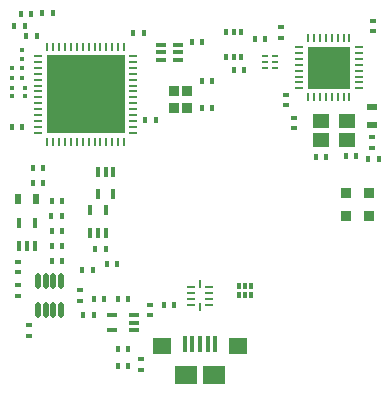
<source format=gtp>
%FSLAX24Y24*%
%MOIN*%
G70*
G01*
G75*
G04 Layer_Color=8421504*
%ADD10C,0.0177*%
%ADD11C,0.0100*%
%ADD12C,0.0100*%
%ADD13R,0.0551X0.0453*%
%ADD14O,0.0177X0.0532*%
%ADD15R,0.0343X0.0343*%
%ADD16R,0.0157X0.0335*%
%ADD17O,0.0315X0.0079*%
%ADD18O,0.0079X0.0315*%
%ADD19R,0.2598X0.2598*%
%ADD20O,0.0295X0.0079*%
%ADD21R,0.1417X0.1417*%
%ADD22O,0.0079X0.0295*%
%ADD23O,0.0098X0.0276*%
%ADD24O,0.0276X0.0098*%
%ADD25R,0.0118X0.0193*%
%ADD26R,0.0118X0.0205*%
%ADD27R,0.0138X0.0217*%
%ADD28R,0.0157X0.0532*%
%ADD29R,0.0748X0.0630*%
%ADD30R,0.0630X0.0551*%
%ADD31R,0.0335X0.0374*%
%ADD32R,0.0335X0.0118*%
%ADD33R,0.0217X0.0098*%
%ADD34R,0.0197X0.0354*%
%ADD35R,0.0177X0.0177*%
%ADD36R,0.0157X0.0236*%
%ADD37R,0.0138X0.0157*%
%ADD38R,0.0335X0.0157*%
%ADD39R,0.0236X0.0157*%
%ADD40R,0.0354X0.0197*%
%ADD41C,0.0080*%
%ADD42C,0.0200*%
%ADD43C,0.1260*%
%ADD44C,0.0630*%
%ADD45C,0.0260*%
%ADD46C,0.0300*%
%ADD47C,0.0340*%
%ADD48C,0.0500*%
%ADD49C,0.0240*%
%ADD50C,0.0290*%
%ADD51R,0.2362X0.1890*%
%ADD52O,0.0315X0.0157*%
%ADD53R,0.0394X0.0217*%
%ADD54R,0.0512X0.0217*%
%ADD55R,0.0591X0.0236*%
%ADD56R,0.0354X0.0276*%
%ADD57R,0.0197X0.0315*%
%ADD58O,0.0098X0.0315*%
%ADD59O,0.0315X0.0098*%
%ADD60R,0.1299X0.1299*%
%ADD61R,0.0098X0.0138*%
%ADD62R,0.0187X0.0098*%
%ADD63C,0.0150*%
%ADD64C,0.0098*%
%ADD65C,0.0039*%
%ADD66C,0.0079*%
%ADD67C,0.0050*%
%ADD68C,0.0040*%
D13*
X4913Y2395D02*
D03*
X4047D02*
D03*
Y1765D02*
D03*
X4913D02*
D03*
D14*
X-5404Y-3902D02*
D03*
X-5148D02*
D03*
X-4892D02*
D03*
X-4636D02*
D03*
X-5404Y-2918D02*
D03*
X-5148D02*
D03*
X-4892D02*
D03*
X-4636D02*
D03*
D15*
X5632Y2D02*
D03*
Y-762D02*
D03*
X4868D02*
D03*
Y2D02*
D03*
D16*
X-2884Y-44D02*
D03*
X-3396D02*
D03*
Y704D02*
D03*
X-3140D02*
D03*
X-2884D02*
D03*
X-3649Y-576D02*
D03*
X-3137D02*
D03*
Y-1324D02*
D03*
X-3393D02*
D03*
X-3649D02*
D03*
X-6026Y-1002D02*
D03*
X-5514D02*
D03*
Y-1750D02*
D03*
X-5770D02*
D03*
X-6026D02*
D03*
D17*
X-5385Y4570D02*
D03*
Y4373D02*
D03*
Y4176D02*
D03*
Y3979D02*
D03*
Y3782D02*
D03*
Y3585D02*
D03*
Y3388D02*
D03*
Y3192D02*
D03*
Y2995D02*
D03*
Y2798D02*
D03*
Y2601D02*
D03*
Y2404D02*
D03*
Y2207D02*
D03*
Y2010D02*
D03*
X-2235D02*
D03*
Y2207D02*
D03*
Y2404D02*
D03*
Y2601D02*
D03*
Y2798D02*
D03*
Y2995D02*
D03*
Y3192D02*
D03*
Y3388D02*
D03*
Y3979D02*
D03*
Y4176D02*
D03*
Y4373D02*
D03*
Y4570D02*
D03*
Y3782D02*
D03*
Y3585D02*
D03*
D18*
X-5090Y1715D02*
D03*
X-4893D02*
D03*
X-4696D02*
D03*
X-4499D02*
D03*
X-4302D02*
D03*
X-4105D02*
D03*
X-3908D02*
D03*
X-3712D02*
D03*
X-3515D02*
D03*
X-3318D02*
D03*
X-3121D02*
D03*
X-2924D02*
D03*
X-2727D02*
D03*
X-2530D02*
D03*
Y4865D02*
D03*
X-2727D02*
D03*
X-2924D02*
D03*
X-3121D02*
D03*
X-3318D02*
D03*
X-3515D02*
D03*
X-3712D02*
D03*
X-3908D02*
D03*
X-4105D02*
D03*
X-4302D02*
D03*
X-4499D02*
D03*
X-4696D02*
D03*
X-4893D02*
D03*
X-5090D02*
D03*
D19*
X-3810Y3290D02*
D03*
D20*
X3299Y3885D02*
D03*
Y4082D02*
D03*
Y3491D02*
D03*
Y3688D02*
D03*
Y4278D02*
D03*
Y4475D02*
D03*
Y4672D02*
D03*
Y4869D02*
D03*
X5287D02*
D03*
Y4672D02*
D03*
Y4475D02*
D03*
Y4278D02*
D03*
Y4082D02*
D03*
Y3885D02*
D03*
Y3688D02*
D03*
Y3491D02*
D03*
D21*
X4293Y4180D02*
D03*
D22*
X4982Y3186D02*
D03*
X4785D02*
D03*
X4588D02*
D03*
X4392D02*
D03*
X4195D02*
D03*
X3998D02*
D03*
X3801D02*
D03*
X3604D02*
D03*
Y5174D02*
D03*
X3801D02*
D03*
X3998D02*
D03*
X4195D02*
D03*
X4392D02*
D03*
X4588D02*
D03*
X4785D02*
D03*
X4982D02*
D03*
D23*
X0Y-3814D02*
D03*
Y-3026D02*
D03*
D24*
X-315Y-3715D02*
D03*
Y-3518D02*
D03*
Y-3322D02*
D03*
Y-3125D02*
D03*
X315D02*
D03*
Y-3322D02*
D03*
Y-3518D02*
D03*
Y-3715D02*
D03*
D25*
X1303Y-3112D02*
D03*
X1500D02*
D03*
X1697D02*
D03*
Y-3408D02*
D03*
X1500D02*
D03*
D26*
X1303D02*
D03*
D27*
X1376Y5373D02*
D03*
X1120D02*
D03*
X864D02*
D03*
Y4547D02*
D03*
X1120D02*
D03*
X1376D02*
D03*
D28*
X-512Y-5017D02*
D03*
X-256D02*
D03*
X512D02*
D03*
X256D02*
D03*
X0D02*
D03*
D29*
X472Y-6070D02*
D03*
X-472D02*
D03*
D30*
X1260Y-5086D02*
D03*
X-1260D02*
D03*
D31*
X-424Y3415D02*
D03*
Y2845D02*
D03*
X-876D02*
D03*
Y3415D02*
D03*
D32*
X-744Y4434D02*
D03*
Y4690D02*
D03*
Y4946D02*
D03*
X-1296Y4434D02*
D03*
Y4690D02*
D03*
Y4946D02*
D03*
D33*
X2517Y4577D02*
D03*
Y4380D02*
D03*
Y4183D02*
D03*
X2183D02*
D03*
Y4380D02*
D03*
Y4577D02*
D03*
D34*
X-5475Y-190D02*
D03*
X-6065D02*
D03*
D35*
X-5933Y3833D02*
D03*
X-6267D02*
D03*
X-5933Y4167D02*
D03*
X-6267D02*
D03*
D36*
X-5923Y2200D02*
D03*
X-6277D02*
D03*
X2177Y5150D02*
D03*
X1823D02*
D03*
X-2753Y-2350D02*
D03*
X-3107D02*
D03*
X-3573Y-2570D02*
D03*
X-3927D02*
D03*
X-3491Y-1860D02*
D03*
X-3137D02*
D03*
X-5223Y840D02*
D03*
X-5577D02*
D03*
X-4603Y-760D02*
D03*
X-4957D02*
D03*
X-4593Y-270D02*
D03*
X-4947D02*
D03*
X-4937Y-1750D02*
D03*
X-4583D02*
D03*
X-4947Y-1279D02*
D03*
X-4593D02*
D03*
X-4583Y-2250D02*
D03*
X-4937D02*
D03*
X-3891Y-4050D02*
D03*
X-3537D02*
D03*
X-2737Y-3540D02*
D03*
X-2383D02*
D03*
X-1873Y5350D02*
D03*
X-2227D02*
D03*
X-5223Y350D02*
D03*
X-5577D02*
D03*
X-3537Y-3540D02*
D03*
X-3183D02*
D03*
X-1207Y-3715D02*
D03*
X-853D02*
D03*
X-6197Y5580D02*
D03*
X-5843D02*
D03*
X-5977Y5980D02*
D03*
X-5623D02*
D03*
X-2747Y-5750D02*
D03*
X-2393D02*
D03*
X-2747Y-5190D02*
D03*
X-2393D02*
D03*
X63Y2850D02*
D03*
X417D02*
D03*
X-1463Y2440D02*
D03*
X-1817D02*
D03*
X417Y3730D02*
D03*
X63D02*
D03*
X-5797Y5240D02*
D03*
X-5443D02*
D03*
X-4913Y6000D02*
D03*
X-5267D02*
D03*
X4207Y1200D02*
D03*
X3853D02*
D03*
X5603Y1120D02*
D03*
X5957D02*
D03*
X4853Y1220D02*
D03*
X5207D02*
D03*
X77Y5050D02*
D03*
X-277D02*
D03*
X1123Y4110D02*
D03*
X1477D02*
D03*
D37*
X-5930Y4482D02*
D03*
Y4758D02*
D03*
X-6270Y3508D02*
D03*
Y3232D02*
D03*
X-5840Y3508D02*
D03*
Y3232D02*
D03*
D38*
X-2934Y-4581D02*
D03*
Y-4070D02*
D03*
X-2186D02*
D03*
Y-4326D02*
D03*
Y-4581D02*
D03*
D39*
X-6060Y-2647D02*
D03*
Y-2293D02*
D03*
X-1660Y-4070D02*
D03*
Y-3715D02*
D03*
X-3990Y-3233D02*
D03*
Y-3587D02*
D03*
X3130Y2153D02*
D03*
Y2507D02*
D03*
X5750Y1867D02*
D03*
Y1513D02*
D03*
X-1960Y-5540D02*
D03*
Y-5894D02*
D03*
X-6060Y-3066D02*
D03*
Y-3420D02*
D03*
X-5710Y-4767D02*
D03*
Y-4413D02*
D03*
X5760Y5747D02*
D03*
Y5393D02*
D03*
X2700Y5527D02*
D03*
Y5173D02*
D03*
X2870Y2923D02*
D03*
Y3277D02*
D03*
D40*
X5750Y2285D02*
D03*
Y2875D02*
D03*
M02*

</source>
